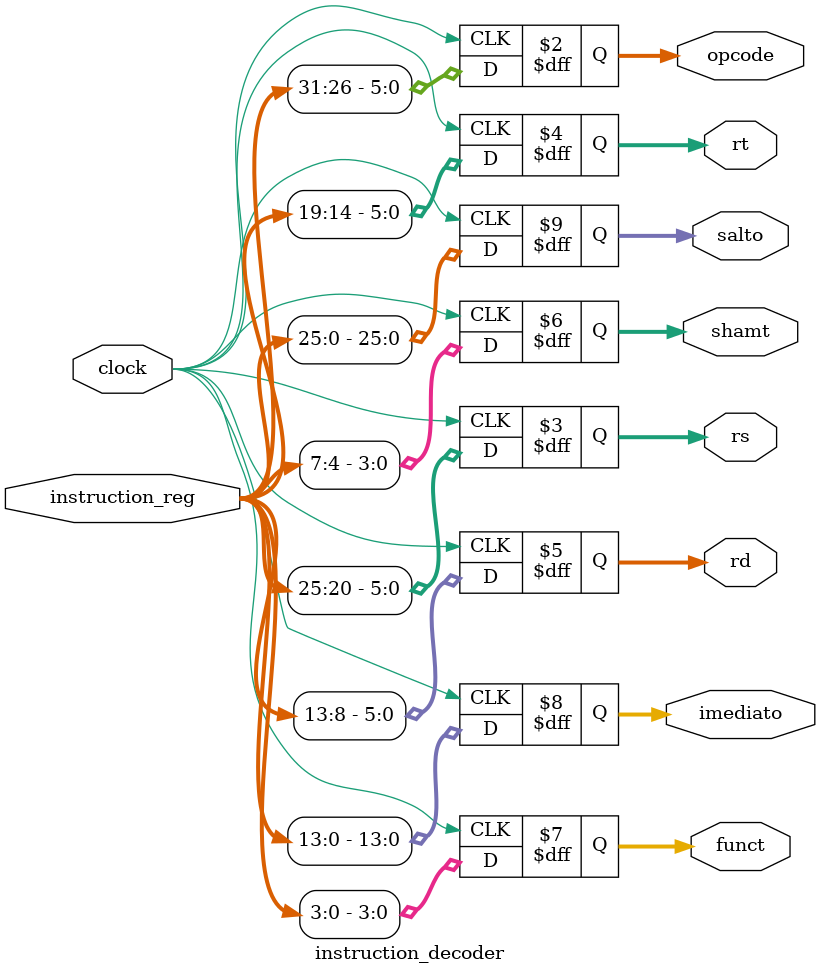
<source format=v>
module instruction_decoder(
    input clock,
    input [31:0] instruction_reg,
    
    output reg [5:0] opcode,
    output reg [5:0] rs,
    output reg [5:0] rt,
    output reg [5:0] rd,
    output reg [3:0] shamt,
    output reg [3:0] funct,
    output reg [13:0] imediato,
    output reg [25:0] salto
);

// Decodificar a instrução registrada
always @(posedge clock) begin
    opcode <= instruction_reg[31:26];
    rs <= instruction_reg[25:20];
    rt <= instruction_reg[19:14];
    rd <= instruction_reg[13:8];
    shamt <= instruction_reg[7:4];
    funct <= instruction_reg[3:0];
    imediato <= instruction_reg[13:0];
    salto <= instruction_reg[25:0];
end

endmodule 
</source>
